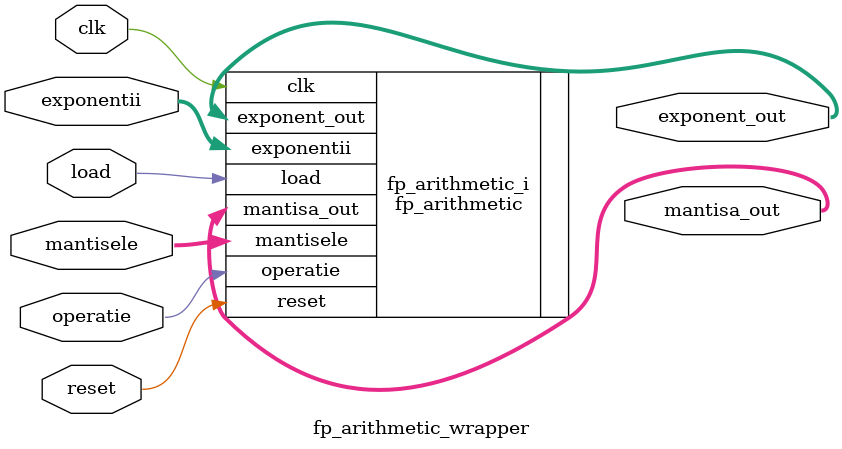
<source format=v>
`timescale 1 ps / 1 ps

module fp_arithmetic_wrapper
   (clk,
    exponent_out,
    exponentii,
    load,
    mantisa_out,
    mantisele,
    operatie,
    reset);
  input clk;
  output [7:0]exponent_out;
  input [15:0]exponentii;
  input load;
  output [23:0]mantisa_out;
  input [47:0]mantisele;
  input operatie;
  input reset;

  wire clk;
  wire [7:0]exponent_out;
  wire [15:0]exponentii;
  wire load;
  wire [23:0]mantisa_out;
  wire [47:0]mantisele;
  wire operatie;
  wire reset;

  fp_arithmetic fp_arithmetic_i
       (.clk(clk),
        .exponent_out(exponent_out),
        .exponentii(exponentii),
        .load(load),
        .mantisa_out(mantisa_out),
        .mantisele(mantisele),
        .operatie(operatie),
        .reset(reset));
endmodule

</source>
